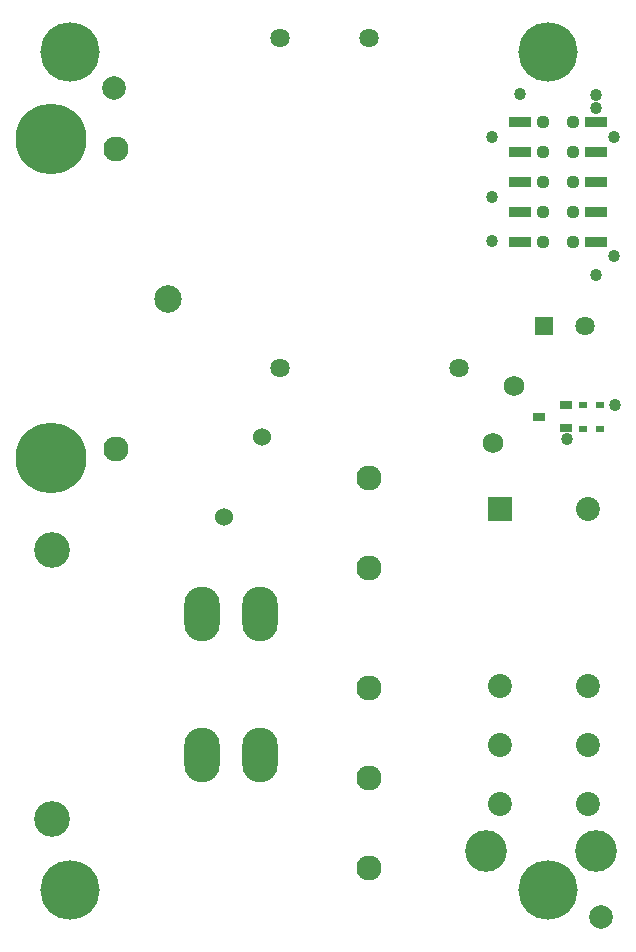
<source format=gts>
G04*
G04 #@! TF.GenerationSoftware,Altium Limited,Altium Designer,25.4.2 (15)*
G04*
G04 Layer_Color=8388736*
%FSLAX44Y44*%
%MOMM*%
G71*
G04*
G04 #@! TF.SameCoordinates,86A534FD-2627-434A-ABAE-2921FC8DE175*
G04*
G04*
G04 #@! TF.FilePolarity,Negative*
G04*
G01*
G75*
%ADD13R,1.8300X0.9300*%
%ADD14R,0.7800X0.5300*%
%ADD15C,2.0000*%
%ADD16R,1.0800X0.6800*%
%ADD17C,1.1300*%
%ADD18C,1.5300*%
%ADD19C,1.6300*%
%ADD20C,3.5300*%
%ADD21C,6.0000*%
%ADD22C,2.1300*%
%ADD23C,2.3300*%
%ADD24R,1.6300X1.6300*%
%ADD25C,5.0300*%
%ADD26C,2.0300*%
%ADD27R,2.0300X2.0300*%
%ADD28C,1.7300*%
%ADD29O,3.0300X4.6300*%
%ADD30C,3.0300*%
%ADD31C,1.0300*%
D13*
X461000Y740800D02*
D03*
Y715400D02*
D03*
X397000Y664600D02*
D03*
X461000D02*
D03*
X397000Y639200D02*
D03*
X461000D02*
D03*
Y690000D02*
D03*
X397000D02*
D03*
Y715400D02*
D03*
Y740800D02*
D03*
D14*
X450000Y501000D02*
D03*
X464000D02*
D03*
Y481000D02*
D03*
X450000D02*
D03*
D15*
X465000Y66999D02*
D03*
X53000Y769000D02*
D03*
D16*
X412500Y491000D02*
D03*
X435500Y500500D02*
D03*
Y481500D02*
D03*
D17*
X416300Y664600D02*
D03*
X441700D02*
D03*
Y639200D02*
D03*
X416300D02*
D03*
X441700Y690000D02*
D03*
X416300D02*
D03*
X441700Y715400D02*
D03*
Y740800D02*
D03*
X416300Y715400D02*
D03*
Y740800D02*
D03*
D18*
X146151Y406014D02*
D03*
X177847Y473987D02*
D03*
D19*
X193000Y812000D02*
D03*
X269000D02*
D03*
X345000Y532000D02*
D03*
X193000D02*
D03*
X451500Y568000D02*
D03*
D20*
X461000Y123000D02*
D03*
X368000D02*
D03*
D21*
X-840Y726000D02*
D03*
Y456000D02*
D03*
D22*
X54160Y718001D02*
D03*
Y464000D02*
D03*
X269000Y108800D02*
D03*
Y185000D02*
D03*
Y439000D02*
D03*
Y362800D02*
D03*
Y261200D02*
D03*
D23*
X98160Y591000D02*
D03*
D24*
X416500Y568000D02*
D03*
D25*
X420000Y90000D02*
D03*
Y800000D02*
D03*
X16000Y90000D02*
D03*
Y800000D02*
D03*
D26*
X454500Y413000D02*
D03*
Y263000D02*
D03*
Y213000D02*
D03*
Y163000D02*
D03*
X379500D02*
D03*
Y213000D02*
D03*
Y263000D02*
D03*
D27*
Y413000D02*
D03*
D28*
X391375Y516736D02*
D03*
X374000Y469000D02*
D03*
D29*
X176800Y323650D02*
D03*
X127300D02*
D03*
X176800Y204750D02*
D03*
X127300D02*
D03*
D30*
X0Y378000D02*
D03*
Y150400D02*
D03*
D31*
X476000Y627000D02*
D03*
X373000Y640000D02*
D03*
X476000Y728000D02*
D03*
X436000Y472000D02*
D03*
X397000Y764000D02*
D03*
X461000Y611000D02*
D03*
Y752000D02*
D03*
Y763000D02*
D03*
X477000Y501000D02*
D03*
X373000Y677400D02*
D03*
Y728200D02*
D03*
M02*

</source>
